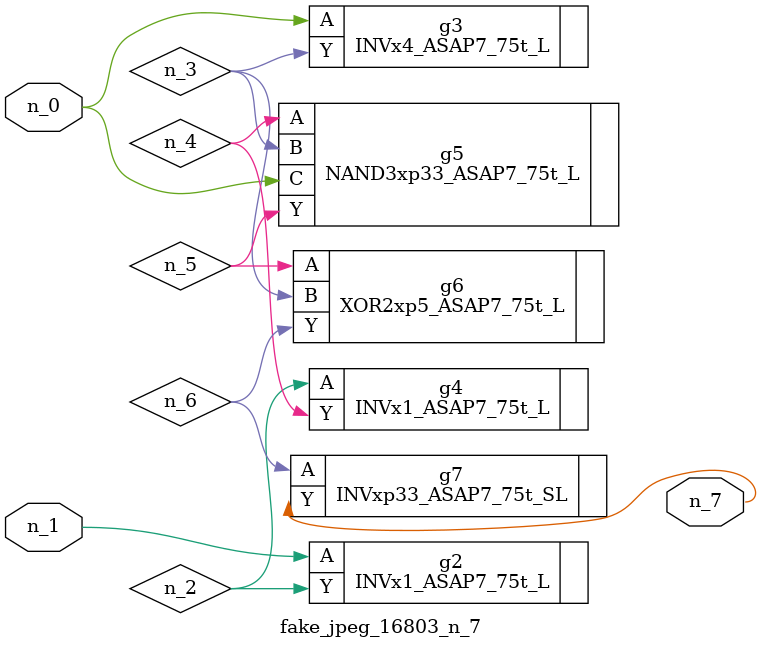
<source format=v>
module fake_jpeg_16803_n_7 (n_0, n_1, n_7);

input n_0;
input n_1;

output n_7;

wire n_3;
wire n_2;
wire n_4;
wire n_6;
wire n_5;

INVx1_ASAP7_75t_L g2 ( 
.A(n_1),
.Y(n_2)
);

INVx4_ASAP7_75t_L g3 ( 
.A(n_0),
.Y(n_3)
);

INVx1_ASAP7_75t_L g4 ( 
.A(n_2),
.Y(n_4)
);

NAND3xp33_ASAP7_75t_L g5 ( 
.A(n_4),
.B(n_3),
.C(n_0),
.Y(n_5)
);

XOR2xp5_ASAP7_75t_L g6 ( 
.A(n_5),
.B(n_3),
.Y(n_6)
);

INVxp33_ASAP7_75t_SL g7 ( 
.A(n_6),
.Y(n_7)
);


endmodule
</source>
